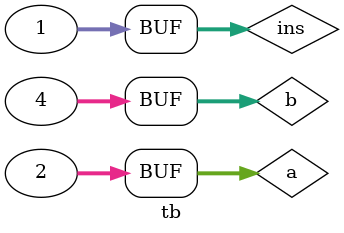
<source format=v>
`timescale 1ps/1ps
`include "ALU.v"

module tb ;

reg [31:0]a, b, ins;
wire c_out;
wire [31:0] c, pc;


 ALU a1 (.a(a), .b(b), .ins(ins), .pc(pc), .c_out(c_out), .c(c));


 initial begin
    ins=32'd0;
    a=32'd0;
    b=32'd0;

#10
ins= 32'd1;
a= 32'd2;
b=32'd4;


 end   
initial begin
 $monitor(" A=%d B=%b Sum=%d Cout=%d",a,b,c,c_out);
end
endmodule
</source>
